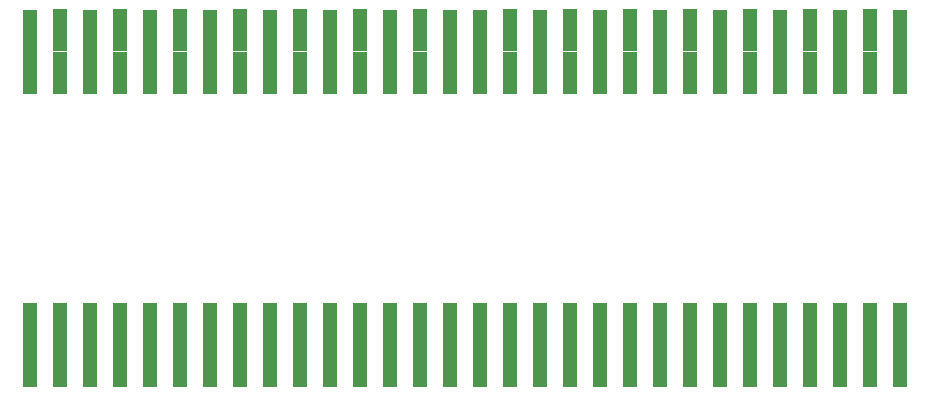
<source format=gtp>
G04 MADE WITH FRITZING*
G04 WWW.FRITZING.ORG*
G04 DOUBLE SIDED*
G04 HOLES PLATED*
G04 CONTOUR ON CENTER OF CONTOUR VECTOR*
%ASAXBY*%
%FSLAX23Y23*%
%MOIN*%
%OFA0B0*%
%SFA1.0B1.0*%
%ADD10R,0.051181X0.141823*%
%LNPASTEMASK1*%
G90*
G70*
G54D10*
X1594Y232D03*
X1694Y90D03*
X1794Y232D03*
X1894Y90D03*
X1994Y232D03*
X2094Y90D03*
X2194Y232D03*
X2294Y90D03*
X2394Y232D03*
X2494Y90D03*
X2594Y232D03*
X2694Y90D03*
X2794Y232D03*
X2894Y90D03*
X2994Y232D03*
X1594Y1209D03*
X1694Y1068D03*
X1794Y1209D03*
X1894Y1068D03*
X1994Y1209D03*
X2094Y1068D03*
X2194Y1209D03*
X2294Y1068D03*
X2394Y1209D03*
X2494Y1068D03*
X2594Y1209D03*
X2694Y1068D03*
X2794Y1209D03*
X2894Y1068D03*
X2994Y1209D03*
X2993Y90D03*
X2893Y232D03*
X2793Y90D03*
X2693Y232D03*
X2593Y90D03*
X2493Y232D03*
X2393Y90D03*
X2293Y232D03*
X2193Y90D03*
X2093Y232D03*
X1993Y90D03*
X1893Y232D03*
X1793Y90D03*
X1693Y232D03*
X1593Y90D03*
X2993Y1068D03*
X2893Y1210D03*
X2793Y1068D03*
X2693Y1210D03*
X2593Y1068D03*
X2493Y1210D03*
X2393Y1068D03*
X2293Y1210D03*
X2193Y1068D03*
X2093Y1210D03*
X1993Y1068D03*
X1893Y1210D03*
X1793Y1068D03*
X1693Y1210D03*
X1593Y1068D03*
X1493Y90D03*
X1393Y232D03*
X1293Y90D03*
X1193Y232D03*
X1093Y90D03*
X993Y232D03*
X893Y90D03*
X793Y232D03*
X693Y90D03*
X593Y232D03*
X493Y90D03*
X393Y232D03*
X293Y90D03*
X193Y232D03*
X93Y90D03*
X1493Y1068D03*
X1393Y1210D03*
X1293Y1068D03*
X1193Y1210D03*
X1093Y1068D03*
X993Y1210D03*
X893Y1068D03*
X793Y1210D03*
X693Y1068D03*
X593Y1210D03*
X493Y1068D03*
X393Y1210D03*
X293Y1068D03*
X193Y1210D03*
X93Y1068D03*
X94Y232D03*
X194Y90D03*
X294Y232D03*
X394Y90D03*
X494Y232D03*
X594Y90D03*
X694Y232D03*
X794Y90D03*
X894Y232D03*
X994Y90D03*
X1094Y232D03*
X1194Y90D03*
X1294Y232D03*
X1394Y90D03*
X1494Y232D03*
X94Y1209D03*
X194Y1068D03*
X294Y1209D03*
X394Y1068D03*
X494Y1209D03*
X594Y1068D03*
X694Y1209D03*
X794Y1068D03*
X894Y1209D03*
X994Y1068D03*
X1094Y1209D03*
X1194Y1068D03*
X1294Y1209D03*
X1394Y1068D03*
X1494Y1209D03*
G04 End of PasteMask1*
M02*
</source>
